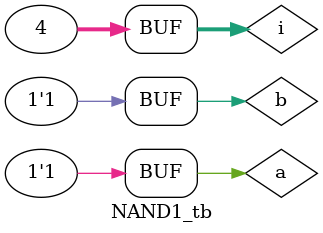
<source format=v>
module NAND1_tb;
  wire c;
  reg a,b;
  integer i;
  
  NAND1 g1(a,b,c);
  initial begin
    $dumpfile("NAND1_tb.vcd");
    $dumpvars(1,NAND1_tb);
    $monitor("a=%d,b=%d,c=%d",a,b,c);
    //using delay
    /*a=1'b0;  b=1'b0;
    #5
    a=1'b0;  b=1'b1;
    #5
    a=1'b1;  b=1'b0;
    #5
    a=1'b1;  b=1'b1;
    #5;*/
    
    //using for lop
    {a,b}=0;
    for(i=0;i<4;i=i+1)
      begin
        #5
        {a,b}=i;
      end
    
    //while loop
    /*i=0;
    {a,b}=0;
    while(i<4)
      begin
        {a,b}=i;
        i=i+1;
        #5;
      end*/
    end
endmodule
</source>
